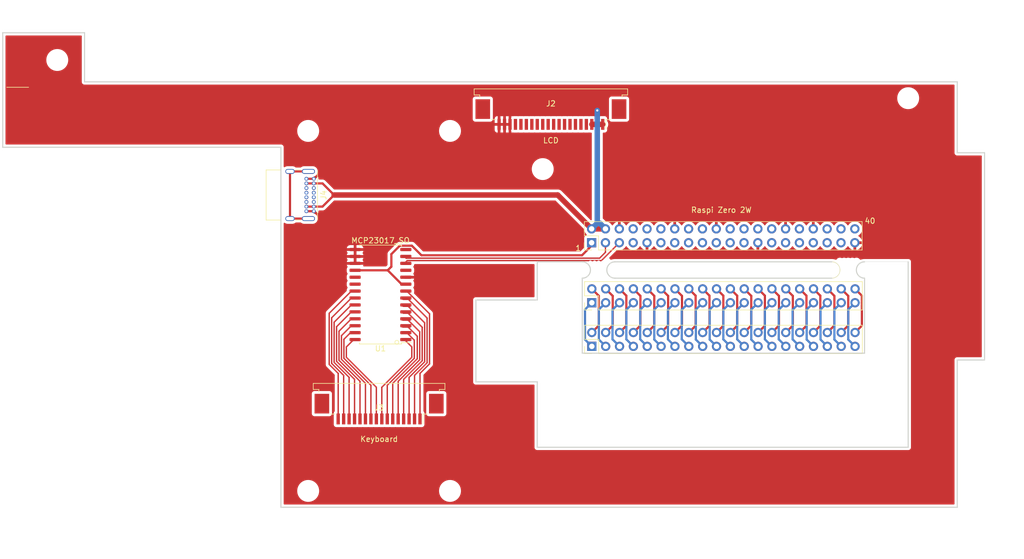
<source format=kicad_pcb>
(kicad_pcb (version 20211014) (generator pcbnew)
  (layers (0 "F.Cu" signal) (31 "B.Cu" signal) (34 "B.Paste" user) (35 "F.Paste" user) (36 "B.SilkS" user "B.Silkscreen") (37 "F.SilkS" user "F.Silkscreen") (38 "B.Mask" user) (39 "F.Mask" user) (44 "Edge.Cuts" user))
  (net 0 "")
  (net 1 "+5V")
  (net 2 "/GPIO_8")
  (net 3 "/GPIO_9")
  (net 4 "/GPIO_7")
  (net 5 "GND")
  (net 6 "/GPIO_15")
  (net 7 "/GPIO_16")
  (net 8 "/GPIO_4")
  (net 9 "/GPIO_5")
  (net 10 "/GPIO_12")
  (net 11 "/GPIO_13")
  (net 12 "/GPIO_6")
  (net 13 "/GPIO_14")
  (net 14 "/GPIO_10")
  (net 15 "/GPIO_11")
  (net 16 "/SCL0")
  (net 17 "/GPIO_21")
  (net 18 "/GPIO_22")
  (net 19 "/GPIO_26")
  (net 20 "/GPIO_23")
  (net 21 "/GPIO_24")
  (net 22 "/GPIO_27")
  (net 23 "/GPIO_25")
  (net 24 "/LCD_AD0")
  (net 25 "/LCD_AD1")
  (net 26 "/LCD_AD2")
  (net 27 "/LCD_AD3")
  (net 28 "/LCD_AD4")
  (net 29 "/LCD_AD5")
  (net 30 "/LCD_AD6")
  (net 31 "/LCD_AD7")
  (net 32 "/LCD_RAST")
  (net 33 "/LCD_DTMF")
  (net 34 "/LCD_DAD")
  (net 35 "/LCD_WRDT")
  (net 36 "/LCD_DAY")
  (net 37 "/LCD_DTR")
  (net 38 "/KB16")
  (net 39 "/KB15")
  (net 40 "/KB14")
  (net 41 "/KB13")
  (net 42 "/KB12")
  (net 43 "/KB11")
  (net 44 "/KB10")
  (net 45 "/KB9")
  (net 46 "/KB8")
  (net 47 "/KB7")
  (net 48 "/KB6")
  (net 49 "/KB5")
  (net 50 "/KB4")
  (net 51 "/KB3")
  (net 52 "/KB2")
  (net 53 "/KB1")
  (net 54 "+3V3")
  (net 63 "unconnected-(J4-PadS1)")
  (net 64 "/Pi Bridge/BR_1")
  (net 65 "/Pi Bridge/BR_2")
  (net 66 "/Pi Bridge/BR_3")
  (net 67 "/Pi Bridge/BR_4")
  (net 68 "/Pi Bridge/BR_5")
  (net 69 "/Pi Bridge/BR_6")
  (net 70 "/Pi Bridge/BR_7")
  (net 71 "/Pi Bridge/BR_8")
  (net 72 "/Pi Bridge/BR_9")
  (net 73 "/Pi Bridge/BR_10")
  (net 74 "/Pi Bridge/BR_11")
  (net 75 "/Pi Bridge/BR_12")
  (net 76 "/Pi Bridge/BR_13")
  (net 77 "/Pi Bridge/BR_14")
  (net 78 "/Pi Bridge/BR_15")
  (net 79 "/Pi Bridge/BR_16")
  (net 80 "/Pi Bridge/BR_17")
  (net 81 "/Pi Bridge/BR_18")
  (net 82 "/Pi Bridge/BR_19")
  (net 83 "/Pi Bridge/BR_20")
  (net 84 "/Pi Bridge/BR_21")
  (net 85 "/Pi Bridge/BR_22")
  (net 86 "/Pi Bridge/BR_23")
  (net 87 "/Pi Bridge/BR_24")
  (net 88 "/Pi Bridge/BR_25")
  (net 89 "/Pi Bridge/BR_26")
  (net 90 "/Pi Bridge/BR_27")
  (net 91 "/Pi Bridge/BR_28")
  (net 92 "/Pi Bridge/BR_29")
  (net 93 "/Pi Bridge/BR_30")
  (net 94 "/Pi Bridge/BR_31")
  (net 95 "/Pi Bridge/BR_32")
  (net 96 "/Pi Bridge/BR_33")
  (net 97 "/Pi Bridge/BR_43")
  (net 98 "/Pi Bridge/BR_35")
  (net 99 "/Pi Bridge/BR_36")
  (net 100 "/Pi Bridge/BR_37")
  (net 101 "/Pi Bridge/BR_38")
  (net 102 "/Pi Bridge/BR_40")
  (net 103 "/Pi Bridge/BR_39")
  (net 104 "/GPIO_20")
  (net 105 "/GPIO_19")
  (net 106 "/EEPROM_DATA")
  (net 107 "/GPIO_18")
  (net 108 "/GPIO_17")
  (net 109 "/I2C_SCL")
  (net 110 "/I2C_SDA")
  (footprint "MountingHole:MountingHole_3mm" (layer "F.Cu") (at 108.86 131.4)
    (fp_text reference "REF**" hide)
    (fp_text value "MountingHole_3mm" hide)
  )
  (footprint "MountingHole:MountingHole_3mm" (layer "F.Cu") (at 82.86 131.4)
    (fp_text reference "REF**" hide)
    (fp_text value "MountingHole_3mm" hide)
  )
  (footprint "MountingHole:MountingHole_3mm" (layer "F.Cu") (at 108.86 65.4)
    (fp_text reference "REF**" hide)
    (fp_text value "MountingHole_3mm" hide)
  )
  (footprint "MountingHole:MountingHole_3mm" (layer "F.Cu") (at 82.86 65.4)
    (fp_text reference "REF**" hide)
    (fp_text value "MountingHole_3mm" hide)
  )
  (footprint "MountingHole:MountingHole_3mm" (layer "F.Cu") (at 192.86 59.4)
    (fp_text reference "REF**" hide)
    (fp_text value "MountingHole_3mm" hide)
  )
  (footprint "Connector_PinHeader_2.54mm:PinHeader_2x20_P2.54mm_Vertical" (layer "F.Cu") (at 134.82 85.9 90)
    (fp_text reference "J1" hide)
    (fp_text value "Raspi Pi Zero 2W" hide)
  )
  (footprint "MountingHole:MountingHole_3mm" (layer "F.Cu") (at 125.86 72.4)
    (fp_text reference "REF**" hide)
    (fp_text value "MountingHole_3mm" hide)
  )
  (footprint "MountingHole:MountingHole_3mm" (layer "F.Cu") (at 36.86 52.4)
    (fp_text reference "REF**" hide)
    (fp_text value "MountingHole_3mm" hide)
  )
  (footprint "Connector_FFC-FPC:TE_1-84953-6_1x16-1MP_P1.0mm_Horizontal" (layer "F.Cu") (at 95.86 116.4 180)
    (fp_text reference "J3")
    (fp_text value "Keyboard")
  )
  (footprint "Connector_FFC-FPC:TE_2-84953-0_1x20-1MP_P1.0mm_Horizontal" (layer "F.Cu") (at 127.36 62.4 180)
    (fp_text reference "J2")
    (fp_text value "LCD")
  )
  (footprint "Connector_PinHeader_2.54mm:PinHeader_2x20_P2.54mm_Vertical" (layer "F.Cu") (at 134.86 96.9 90)
    (fp_text reference "J5" hide)
    (fp_text value "Conn_02x20_Odd_Even")
  )
  (footprint "Library:mouse-bite-3mm-slot" (layer "F.Cu") (at 181.86 90.9)
    (fp_text reference "mouse-bite-3mm-slot" hide)
    (fp_text value "VAL**" hide)
  )
  (footprint "Package_SO:SOIC-28W_7.5x17.9mm_P1.27mm" (layer "F.Cu") (at 96.11 95.4 180)
    (fp_text reference "U1")
    (fp_text value "MCP23017_SO")
  )
  (footprint "Connector_USB:USB_C_Receptacle_GCT_USB4085" (layer "F.Cu") (at 83.885 74.175 -90)
    (fp_text reference "J4")
    (fp_text value "USB_C_Receptacle_USB2.0")
  )
  (footprint "Connector_PinHeader_2.54mm:PinHeader_2x20_P2.54mm_Vertical" (layer "F.Cu") (at 134.86 104.9 90)
    (fp_text reference "J6" hide)
    (fp_text value "Conn_02x20_Odd_Even")
  )
  (footprint "Library:mouse-bite-3mm-slot" (layer "F.Cu") (at 136.11 90.9)
    (fp_text reference "mouse-bite-3mm-slot" hide)
    (fp_text value "VAL**" hide)
  )
  (gr_circle (center 99.11 104.15) (end 98.86 103.9) (layer "F.SilkS") (width 0.12) (fill none))
  (gr_line (start 31.61 57.4) (end 27.61 57.4) (layer "F.SilkS") (width 0.12))
  (gr_line (start 41.86 56.4) (end 41.86 47.4) (layer "Edge.Cuts") (width 0.2))
  (gr_line (start 41.86 56.4) (end 201.86 56.4) (layer "Edge.Cuts") (width 0.2))
  (gr_line (start 77.86 68.4) (end 77.86 134.4) (layer "Edge.Cuts") (width 0.2))
  (gr_line (start 77.86 68.4) (end 26.86 68.4) (layer "Edge.Cuts") (width 0.2))
  (gr_line (start 77.86 134.4) (end 201.86 134.4) (layer "Edge.Cuts") (width 0.2))
  (gr_line (start 26.86 68.4) (end 26.86 47.4) (layer "Edge.Cuts") (width 0.2))
  (gr_line (start 201.86 69.4) (end 201.86 56.4) (layer "Edge.Cuts") (width 0.2))
  (gr_arc (start 178.86 89.4) (mid 180.36 90.9) (end 178.86 92.4) (layer "Edge.Cuts") (width 0.05))
  (gr_arc (start 133.11 89.4) (mid 134.61 90.9) (end 133.11 92.4) (layer "Edge.Cuts") (width 0.2))
  (gr_line (start 178.86 92.4) (end 139.11 92.4) (layer "Edge.Cuts") (width 0.2))
  (gr_line (start 184.86 92.4) (end 184.86 106.15) (layer "Edge.Cuts") (width 0.2))
  (gr_line (start 113.61 96.4) (end 113.61 111.4) (layer "Edge.Cuts") (width 0.2))
  (gr_line (start 113.61 111.4) (end 124.86 111.4) (layer "Edge.Cuts") (width 0.2))
  (gr_line (start 124.86 89.4) (end 133.11 89.4) (layer "Edge.Cuts") (width 0.2))
  (gr_arc (start 184.86 92.4) (mid 183.36 90.9) (end 184.86 89.4) (layer "Edge.Cuts") (width 0.2))
  (gr_line locked (start 124.86 111.4) (end 124.86 123.4) (layer "Edge.Cuts") (width 0.2))
  (gr_line (start 201.86 107.4) (end 201.86 134.4) (layer "Edge.Cuts") (width 0.2))
  (gr_line locked (start 192.86 123.4) (end 124.86 123.4) (layer "Edge.Cuts") (width 0.2))
  (gr_line (start 26.86 47.4) (end 41.86 47.4) (layer "Edge.Cuts") (width 0.2))
  (gr_line locked (start 192.86 123.4) (end 192.86 89.4) (layer "Edge.Cuts") (width 0.2))
  (gr_arc (start 139.11 92.4) (mid 137.61 90.9) (end 139.11 89.4) (layer "Edge.Cuts") (width 0.2))
  (gr_line (start 206.86 107.4) (end 206.86 69.4) (layer "Edge.Cuts") (width 0.2))
  (gr_line (start 133.11 106.15) (end 133.11 92.4) (layer "Edge.Cuts") (width 0.2))
  (gr_line (start 192.86 89.4) (end 184.86 89.4) (layer "Edge.Cuts") (width 0.05))
  (gr_line (start 124.86 96.4) (end 113.61 96.4) (layer "Edge.Cuts") (width 0.2))
  (gr_line (start 206.86 107.4) (end 201.86 107.4) (layer "Edge.Cuts") (width 0.2))
  (gr_line (start 184.86 106.15) (end 133.11 106.15) (layer "Edge.Cuts") (width 0.2))
  (gr_line (start 139.11 89.4) (end 178.86 89.4) (layer "Edge.Cuts") (width 0.2))
  (gr_line locked (start 124.86 89.4) (end 124.86 96.4) (layer "Edge.Cuts") (width 0.2))
  (gr_line (start 201.86 69.4) (end 206.86 69.4) (layer "Edge.Cuts") (width 0.2))
  (gr_text "1" (at 132.36 86.9) (layer "F.SilkS") (effects (font (size 1 1))))
  (gr_text "Raspi Zero 2W" (at 158.61 79.9) (layer "F.SilkS") (effects (font (size 1 1))))
  (gr_text "40" (at 185.86 81.9) (layer "F.SilkS") (effects (font (size 1 1))))
  (segment (start 87.61 77.15) (end 85.485 79.275) (width 0.4) (layer "F.Cu") (net 1))
  (segment (start 83.885 75.025) (end 85.485 75.025) (width 0.4) (layer "F.Cu") (net 1))
  (segment (start 82.535 75.025) (end 83.885 75.025) (width 0.4) (layer "F.Cu") (net 1))
  (segment (start 128.61 77.15) (end 87.61 77.15) (width 1) (layer "F.Cu") (net 1))
  (segment (start 85.485 75.025) (end 87.61 77.15) (width 0.4) (layer "F.Cu") (net 1))
  (segment (start 134.82 83.36) (end 128.61 77.15) (width 1) (layer "F.Cu") (net 1))
  (segment (start 135.86 64.2) (end 134.864511 64.2) (width 1) (layer "F.Cu") (net 1))
  (segment (start 85.485 79.275) (end 83.885 79.275) (width 0.4) (layer "F.Cu") (net 1))
  (segment (start 82.535 79.275) (end 83.885 79.275) (width 0.4) (layer "F.Cu") (net 1))
  (segment (start 137.36 83.36) (end 134.82 83.36) (width 1) (layer "F.Cu") (net 1))
  (segment (start 135.86 64.2) (end 135.86 61.65) (width 1) (layer "F.Cu") (net 1))
  (segment (start 135.86 64.2) (end 136.86 64.2) (width 1) (layer "F.Cu") (net 1))
  (via (at 135.86 61.65) (size 0.8) (drill 0.4) (layers "F.Cu" "B.Cu") (net 1))
  (segment (start 135.86 82.32) (end 134.82 83.36) (width 1) (layer "B.Cu") (net 1))
  (segment (start 135.86 82.32) (end 136.32 82.32) (width 1) (layer "B.Cu") (net 1))
  (segment (start 136.32 82.32) (end 137.36 83.36) (width 1) (layer "B.Cu") (net 1))
  (segment (start 135.86 61.65) (end 135.86 82.32) (width 1) (layer "B.Cu") (net 1))
  (segment (start 117.86 64.2) (end 119.86 64.2) (width 0.25) (layer "F.Cu") (net 5))
  (segment (start 82.535 74.175) (end 83.885 74.175) (width 0.4) (layer "F.Cu") (net 5))
  (segment (start 82.535 80.125) (end 83.885 80.125) (width 0.4) (layer "F.Cu") (net 5))
  (segment (start 103.36 109.850024) (end 105.107599 108.102424) (width 0.25) (layer "F.Cu") (net 38))
  (segment (start 105.107599 98.936527) (end 100.936072 94.765) (width 0.25) (layer "F.Cu") (net 38))
  (segment (start 100.936072 94.765) (end 100.51 94.765) (width 0.25) (layer "F.Cu") (net 38))
  (segment (start 105.107599 108.102424) (end 105.107599 98.936527) (width 0.25) (layer "F.Cu") (net 38))
  (segment (start 103.36 118.2) (end 103.36 109.850024) (width 0.25) (layer "F.Cu") (net 38))
  (segment (start 104.658079 107.916227) (end 104.658079 99.698079) (width 0.25) (layer "F.Cu") (net 39))
  (segment (start 100.995 96.035) (end 100.51 96.035) (width 0.25) (layer "F.Cu") (net 39))
  (segment (start 104.658079 99.698079) (end 100.995 96.035) (width 0.25) (layer "F.Cu") (net 39))
  (segment (start 102.36 118.2) (end 102.36 110.214306) (width 0.25) (layer "F.Cu") (net 39))
  (segment (start 100.245 96.285) (end 101.51 96.285) (width 0.25) (layer "F.Cu") (net 39))
  (segment (start 102.36 110.214306) (end 104.658079 107.916227) (width 0.25) (layer "F.Cu") (net 39))
  (segment (start 104.20856 107.730027) (end 104.20856 100.577488) (width 0.25) (layer "F.Cu") (net 40))
  (segment (start 101.36 110.57859) (end 104.20856 107.730027) (width 0.25) (layer "F.Cu") (net 40))
  (segment (start 100.936072 97.305) (end 100.51 97.305) (width 0.25) (layer "F.Cu") (net 40))
  (segment (start 101.36 118.2) (end 101.36 110.57859) (width 0.25) (layer "F.Cu") (net 40))
  (segment (start 104.20856 100.577488) (end 100.936072 97.305) (width 0.25) (layer "F.Cu") (net 40))
  (segment (start 100.265 97.555) (end 101.51 97.555) (width 0.25) (layer "F.Cu") (net 40))
  (segment (start 103.75904 107.54383) (end 103.75904 101.397968) (width 0.25) (layer "F.Cu") (net 41))
  (segment (start 100.285 98.825) (end 101.51 98.825) (width 0.25) (layer "F.Cu") (net 41))
  (segment (start 100.936072 98.575) (end 100.51 98.575) (width 0.25) (layer "F.Cu") (net 41))
  (segment (start 100.36 110.942872) (end 103.75904 107.54383) (width 0.25) (layer "F.Cu") (net 41))
  (segment (start 103.75904 101.397968) (end 100.936072 98.575) (width 0.25) (layer "F.Cu") (net 41))
  (segment (start 100.36 118.2) (end 100.36 110.942872) (width 0.25) (layer "F.Cu") (net 41))
  (segment (start 103.30952 107.357633) (end 103.30952 102.218448) (width 0.25) (layer "F.Cu") (net 42))
  (segment (start 103.30952 102.218448) (end 100.936072 99.845) (width 0.25) (layer "F.Cu") (net 42))
  (segment (start 99.36 118.2) (end 99.36 111.307154) (width 0.25) (layer "F.Cu") (net 42))
  (segment (start 100.936072 99.845) (end 100.51 99.845) (width 0.25) (layer "F.Cu") (net 42))
  (segment (start 100.186072 100.095) (end 101.51 100.095) (width 0.25) (layer "F.Cu") (net 42))
  (segment (start 99.36 111.307154) (end 103.30952 107.357633) (width 0.25) (layer "F.Cu") (net 42))
  (segment (start 98.36 111.671436) (end 102.86 107.171436) (width 0.25) (layer "F.Cu") (net 43))
  (segment (start 102.86 103.038928) (end 100.936072 101.115) (width 0.25) (layer "F.Cu") (net 43))
  (segment (start 100.936072 101.115) (end 100.51 101.115) (width 0.25) (layer "F.Cu") (net 43))
  (segment (start 100.186072 101.365) (end 101.51 101.365) (width 0.25) (layer "F.Cu") (net 43))
  (segment (start 98.36 118.2) (end 98.36 111.671436) (width 0.25) (layer "F.Cu") (net 43))
  (segment (start 102.86 107.171436) (end 102.86 103.038928) (width 0.25) (layer "F.Cu") (net 43))
  (segment (start 97.36 118.2) (end 97.36 112.035718) (width 0.25) (layer "F.Cu") (net 44))
  (segment (start 102.30952 103.758448) (end 100.936072 102.385) (width 0.25) (layer "F.Cu") (net 44))
  (segment (start 97.36 112.035718) (end 102.30952 107.086197) (width 0.25) (layer "F.Cu") (net 44))
  (segment (start 100.936072 102.385) (end 100.51 102.385) (width 0.25) (layer "F.Cu") (net 44))
  (segment (start 102.30952 107.086197) (end 102.30952 103.758448) (width 0.25) (layer "F.Cu") (net 44))
  (segment (start 101.86 105.005) (end 100.51 103.655) (width 0.25) (layer "F.Cu") (net 45))
  (segment (start 96.36 118.2) (end 96.36 112.4) (width 0.25) (layer "F.Cu") (net 45))
  (segment (start 101.86 106.9) (end 101.86 105.005) (width 0.25) (layer "F.Cu") (net 45))
  (segment (start 96.36 112.4) (end 101.86 106.9) (width 0.25) (layer "F.Cu") (net 45))
  (segment (start 89.86 105.005) (end 91.21 103.655) (width 0.25) (layer "F.Cu") (net 46))
  (segment (start 95.36 112.4) (end 89.86 106.9) (width 0.25) (layer "F.Cu") (net 46))
  (segment (start 89.86 106.9) (end 89.86 105.005) (width 0.25) (layer "F.Cu") (net 46))
  (segment (start 95.36 118.2) (end 95.36 112.4) (width 0.25) (layer "F.Cu") (net 46))
  (segment (start 94.36 112.035718) (end 89.41048 107.086197) (width 0.25) (layer "F.Cu") (net 47))
  (segment (start 89.41048 107.086197) (end 89.41048 103.59952) (width 0.25) (layer "F.Cu") (net 47))
  (segment (start 94.36 118.2) (end 94.36 112.035718) (width 0.25) (layer "F.Cu") (net 47))
  (segment (start 90.625 102.385) (end 91.21 102.385) (width 0.25) (layer "F.Cu") (net 47))
  (segment (start 89.41048 103.59952) (end 90.625 102.385) (width 0.25) (layer "F.Cu") (net 47))
  (segment (start 88.96096 107.272394) (end 88.96096 102.937968) (width 0.25) (layer "F.Cu") (net 48))
  (segment (start 88.96096 102.937968) (end 90.783928 101.115) (width 0.25) (layer "F.Cu") (net 48))
  (segment (start 93.36 111.671436) (end 88.96096 107.272394) (width 0.25) (layer "F.Cu") (net 48))
  (segment (start 90.783928 101.115) (end 91.21 101.115) (width 0.25) (layer "F.Cu") (net 48))
  (segment (start 93.36 118.2) (end 93.36 111.671436) (width 0.25) (layer "F.Cu") (net 48))
  (segment (start 92.36 111.307154) (end 88.51144 107.458591) (width 0.25) (layer "F.Cu") (net 49))
  (segment (start 90.783928 99.845) (end 91.21 99.845) (width 0.25) (layer "F.Cu") (net 49))
  (segment (start 88.51144 107.458591) (end 88.51144 102.117488) (width 0.25) (layer "F.Cu") (net 49))
  (segment (start 88.51144 102.117488) (end 90.783928 99.845) (width 0.25) (layer "F.Cu") (net 49))
  (segment (start 92.36 118.2) (end 92.36 111.307154) (width 0.25) (layer "F.Cu") (net 49))
  (segment (start 91.36 110.942871) (end 88.06192 107.644788) (width 0.25) (layer "F.Cu") (net 50))
  (segment (start 90.783928 98.575) (end 91.21 98.575) (width 0.25) (layer "F.Cu") (net 50))
  (segment (start 91.36 118.2) (end 91.36 110.942871) (width 0.25) (layer "F.Cu") (net 50))
  (segment (start 88.06192 107.644788) (end 88.06192 101.297008) (width 0.25) (layer "F.Cu") (net 50))
  (segment (start 88.06192 101.297008) (end 90.783928 98.575) (width 0.25) (layer "F.Cu") (net 50))
  (segment (start 90.36 110.578587) (end 87.6124 107.830987) (width 0.25) (layer "F.Cu") (net 51))
  (segment (start 90.783928 97.305) (end 91.21 97.305) (width 0.25) (layer "F.Cu") (net 51))
  (segment (start 87.6124 107.830987) (end 87.6124 100.476528) (width 0.25) (layer "F.Cu") (net 51))
  (segment (start 90.36 118.2) (end 90.36 110.578587) (width 0.25) (layer "F.Cu") (net 51))
  (segment (start 87.6124 100.476528) (end 90.783928 97.305) (width 0.25) (layer "F.Cu") (net 51))
  (segment (start 90.783928 96.035) (end 91.21 96.035) (width 0.25) (layer "F.Cu") (net 52))
  (segment (start 89.36 118.2) (end 89.36 110.214305) (width 0.25) (layer "F.Cu") (net 52))
  (segment (start 89.36 110.214305) (end 87.16288 108.017184) (width 0.25) (layer "F.Cu") (net 52))
  (segment (start 87.16288 99.656048) (end 90.783928 96.035) (width 0.25) (layer "F.Cu") (net 52))
  (segment (start 87.16288 108.017184) (end 87.16288 99.656048) (width 0.25) (layer "F.Cu") (net 52))
  (segment (start 88.36 109.850023) (end 86.71336 108.203381) (width 0.25) (layer "F.Cu") (net 53))
  (segment (start 86.71336 108.203381) (end 86.71336 98.835568) (width 0.25) (layer "F.Cu") (net 53))
  (segment (start 88.36 118.2) (end 88.36 109.850023) (width 0.25) (layer "F.Cu") (net 53))
  (segment (start 86.71336 98.835568) (end 90.783928 94.765) (width 0.25) (layer "F.Cu") (net 53))
  (segment (start 90.783928 94.765) (end 91.21 94.765) (width 0.25) (layer "F.Cu") (net 53))
  (segment (start 99.657382 86.44548) (end 101.862618 86.44548) (width 0.4) (layer "F.Cu") (net 54))
  (segment (start 98.11 87.992862) (end 99.657382 86.44548) (width 0.4) (layer "F.Cu") (net 54))
  (segment (start 134.82 86.44) (end 134.82 85.9) (width 0.4) (layer "F.Cu") (net 54))
  (segment (start 91.21 90.955) (end 97.437862 90.955) (width 0.4) (layer "F.Cu") (net 54))
  (segment (start 99.977862 93.495) (end 100.51 93.495) (width 0.4) (layer "F.Cu") (net 54))
  (segment (start 98.11 90.282862) (end 98.11 87.992862) (width 0.4) (layer "F.Cu") (net 54))
  (segment (start 101.862618 86.44548) (end 103.618578 88.20144) (width 0.4) (layer "F.Cu") (net 54))
  (segment (start 97.437862 90.955) (end 98.11 90.282862) (width 0.4) (layer "F.Cu") (net 54))
  (segment (start 97.437862 90.955) (end 99.977862 93.495) (width 0.4) (layer "F.Cu") (net 54))
  (segment (start 103.618578 88.20144) (end 133.05856 88.20144) (width 0.4) (layer "F.Cu") (net 54))
  (segment (start 133.05856 88.20144) (end 134.82 86.44) (width 0.4) (layer "F.Cu") (net 54))
  (segment (start 82.785 81.475) (end 82.61 81.65) (width 0.4) (layer "F.Cu") (net 63))
  (segment (start 82.61 81.65) (end 82.435 81.475) (width 0.4) (layer "F.Cu") (net 63))
  (segment (start 82.435 81.475) (end 79.525 81.475) (width 0.4) (layer "F.Cu") (net 63))
  (segment (start 79.525 81.475) (end 79.525 72.825) (width 0.4) (layer "F.Cu") (net 63))
  (segment (start 82.905 81.475) (end 82.785 81.475) (width 0.4) (layer "F.Cu") (net 63))
  (segment (start 79.525 72.825) (end 82.905 72.825) (width 0.4) (layer "F.Cu") (net 63))
  (segment (start 134.86 104.9) (end 133.610489 103.650489) (width 0.4) (layer "B.Cu") (net 64))
  (segment (start 133.610489 98.149511) (end 134.86 96.9) (width 0.4) (layer "B.Cu") (net 64))
  (segment (start 133.610489 103.650489) (end 133.610489 98.149511) (width 0.4) (layer "B.Cu") (net 64))
  (segment (start 136.150489 101.069511) (end 134.86 102.36) (width 0.4) (layer "F.Cu") (net 65))
  (segment (start 136.150489 95.650489) (end 136.150489 101.069511) (width 0.4) (layer "F.Cu") (net 65))
  (segment (start 134.86 94.36) (end 136.150489 95.650489) (width 0.4) (layer "F.Cu") (net 65))
  (segment (start 137.4 96.9) (end 136.150489 98.149511) (width 0.4) (layer "B.Cu") (net 66))
  (segment (start 136.150489 98.149511) (end 136.150489 103.650489) (width 0.4) (layer "B.Cu") (net 66))
  (segment (start 136.150489 103.650489) (end 137.4 104.9) (width 0.4) (layer "B.Cu") (net 66))
  (segment (start 137.4 94.36) (end 138.690489 95.650489) (width 0.4) (layer "F.Cu") (net 67))
  (segment (start 138.690489 95.650489) (end 138.690489 101.069511) (width 0.4) (layer "F.Cu") (net 67))
  (segment (start 138.690489 101.069511) (end 137.4 102.36) (width 0.4) (layer "F.Cu") (net 67))
  (segment (start 139.94 96.9) (end 138.649511 98.190489) (width 0.4) (layer "B.Cu") (net 68))
  (segment (start 138.649511 98.190489) (end 138.649511 103.609511) (width 0.4) (layer "B.Cu") (net 68))
  (segment (start 138.649511 103.609511) (end 139.94 104.9) (width 0.4) (layer "B.Cu") (net 68))
  (segment (start 141.189511 95.609511) (end 141.189511 101.110489) (width 0.4) (layer "F.Cu") (net 69))
  (segment (start 141.189511 101.110489) (end 139.94 102.36) (width 0.4) (layer "F.Cu") (net 69))
  (segment (start 139.94 94.36) (end 141.189511 95.609511) (width 0.4) (layer "F.Cu") (net 69))
  (segment (start 141.189511 103.609511) (end 141.189511 98.190489) (width 0.4) (layer "B.Cu") (net 70))
  (segment (start 142.48 104.9) (end 141.189511 103.609511) (width 0.4) (layer "B.Cu") (net 70))
  (segment (start 141.189511 98.190489) (end 142.48 96.9) (width 0.4) (layer "B.Cu") (net 70))
  (segment (start 143.770489 101.069511) (end 142.48 102.36) (width 0.4) (layer "F.Cu") (net 71))
  (segment (start 142.48 94.36) (end 143.770489 95.650489) (width 0.4) (layer "F.Cu") (net 71))
  (segment (start 143.770489 95.650489) (end 143.770489 101.069511) (width 0.4) (layer "F.Cu") (net 71))
  (segment (start 143.729511 98.190489) (end 143.729511 103.609511) (width 0.4) (layer "B.Cu") (net 72))
  (segment (start 143.729511 103.609511) (end 145.02 104.9) (width 0.4) (layer "B.Cu") (net 72))
  (segment (start 145.02 96.9) (end 143.729511 98.190489) (width 0.4) (layer "B.Cu") (net 72))
  (segment (start 146.310489 101.069511) (end 145.02 102.36) (width 0.4) (layer "F.Cu") (net 73))
  (segment (start 146.310489 95.650489) (end 146.310489 101.069511) (width 0.4) (layer "F.Cu") (net 73))
  (segment (start 145.02 94.36) (end 146.310489 95.650489) (width 0.4) (layer "F.Cu") (net 73))
  (segment (start 147.56 96.9) (end 146.310489 98.149511) (width 0.4) (layer "B.Cu") (net 74))
  (segment (start 146.310489 103.650489) (end 147.56 104.9) (width 0.4) (layer "B.Cu") (net 74))
  (segment (start 146.310489 98.149511) (end 146.310489 103.650489) (width 0.4) (layer "B.Cu") (net 74))
  (segment (start 148.850489 101.069511) (end 147.56 102.36) (width 0.4) (layer "F.Cu") (net 75))
  (segment (start 147.56 94.36) (end 148.850489 95.650489) (width 0.4) (layer "F.Cu") (net 75))
  (segment (start 148.850489 95.650489) (end 148.850489 101.069511) (width 0.4) (layer "F.Cu") (net 75))
  (segment (start 150.1 104.9) (end 148.809511 103.609511) (width 0.4) (layer "B.Cu") (net 76))
  (segment (start 148.809511 103.609511) (end 148.809511 98.190489) (width 0.4) (layer "B.Cu") (net 76))
  (segment (start 148.809511 98.190489) (end 150.1 96.9) (width 0.4) (layer "B.Cu") (net 76))
  (segment (start 150.1 94.36) (end 151.390489 95.650489) (width 0.4) (layer "F.Cu") (net 77))
  (segment (start 151.390489 95.650489) (end 151.390489 101.069511) (width 0.4) (layer "F.Cu") (net 77))
  (segment (start 151.390489 101.069511) (end 150.1 102.36) (width 0.4) (layer "F.Cu") (net 77))
  (segment (start 151.349511 98.190489) (end 151.349511 103.609511) (width 0.4) (layer "B.Cu") (net 78))
  (segment (start 151.349511 103.609511) (end 152.64 104.9) (width 0.4) (layer "B.Cu") (net 78))
  (segment (start 152.64 96.9) (end 151.349511 98.190489) (width 0.4) (layer "B.Cu") (net 78))
  (segment (start 153.889511 95.609511) (end 152.64 94.36) (width 0.4) (layer "F.Cu") (net 79))
  (segment (start 153.889511 101.110489) (end 153.889511 95.609511) (width 0.4) (layer "F.Cu") (net 79))
  (segment (start 152.64 102.36) (end 153.889511 101.110489) (width 0.4) (layer "F.Cu") (net 79))
  (segment (start 153.930489 98.149511) (end 155.18 96.9) (width 0.4) (layer "B.Cu") (net 80))
  (segment (start 155.18 104.9) (end 153.930489 103.650489) (width 0.4) (layer "B.Cu") (net 80))
  (segment (start 153.930489 103.650489) (end 153.930489 98.149511) (width 0.4) (layer "B.Cu") (net 80))
  (segment (start 156.429511 101.110489) (end 156.429511 95.609511) (width 0.4) (layer "F.Cu") (net 81))
  (segment (start 155.18 102.36) (end 156.429511 101.110489) (width 0.4) (layer "F.Cu") (net 81))
  (segment (start 156.429511 95.609511) (end 155.18 94.36) (width 0.4) (layer "F.Cu") (net 81))
  (segment (start 156.470489 103.650489) (end 157.72 104.9) (width 0.4) (layer "B.Cu") (net 82))
  (segment (start 156.470489 98.149511) (end 156.470489 103.650489) (width 0.4) (layer "B.Cu") (net 82))
  (segment (start 157.72 96.9) (end 156.470489 98.149511) (width 0.4) (layer "B.Cu") (net 82))
  (segment (start 158.969511 95.609511) (end 157.72 94.36) (width 0.4) (layer "F.Cu") (net 83))
  (segment (start 158.969511 101.110489) (end 158.969511 95.609511) (width 0.4) (layer "F.Cu") (net 83))
  (segment (start 157.72 102.36) (end 158.969511 101.110489) (width 0.4) (layer "F.Cu") (net 83))
  (segment (start 160.26 104.9) (end 158.969511 103.609511) (width 0.4) (layer "B.Cu") (net 84))
  (segment (start 158.969511 103.609511) (end 158.969511 98.190489) (width 0.4) (layer "B.Cu") (net 84))
  (segment (start 158.969511 98.190489) (end 160.26 96.9) (width 0.4) (layer "B.Cu") (net 84))
  (segment (start 161.509511 101.110489) (end 161.509511 95.609511) (width 0.4) (layer "F.Cu") (net 85))
  (segment (start 161.509511 95.609511) (end 160.26 94.36) (width 0.4) (layer "F.Cu") (net 85))
  (segment (start 160.26 102.36) (end 161.509511 101.110489) (width 0.4) (layer "F.Cu") (net 85))
  (segment (start 161.509511 98.190489) (end 161.509511 103.609511) (width 0.4) (layer "B.Cu") (net 86))
  (segment (start 162.8 96.9) (end 161.509511 98.190489) (width 0.4) (layer "B.Cu") (net 86))
  (segment (start 161.509511 103.609511) (end 162.8 104.9) (width 0.4) (layer "B.Cu") (net 86))
  (segment (start 162.8 102.36) (end 164.090489 101.069511) (width 0.4) (layer "F.Cu") (net 87))
  (segment (start 164.090489 101.069511) (end 164.090489 95.650489) (width 0.4) (layer "F.Cu") (net 87))
  (segment (start 164.090489 95.650489) (end 162.8 94.36) (width 0.4) (layer "F.Cu") (net 87))
  (segment (start 165.34 104.9) (end 164.090489 103.650489) (width 0.4) (layer "B.Cu") (net 88))
  (segment (start 164.090489 103.650489) (end 164.090489 98.149511) (width 0.4) (layer "B.Cu") (net 88))
  (segment (start 164.090489 98.149511) (end 165.34 96.9) (width 0.4) (layer "B.Cu") (net 88))
  (segment (start 166.589511 101.110489) (end 166.589511 95.609511) (width 0.4) (layer "F.Cu") (net 89))
  (segment (start 166.589511 95.609511) (end 165.34 94.36) (width 0.4) (layer "F.Cu") (net 89))
  (segment (start 165.34 102.36) (end 166.589511 101.110489) (width 0.4) (layer "F.Cu") (net 89))
  (segment (start 166.589511 103.609511) (end 167.88 104.9) (width 0.4) (layer "B.Cu") (net 90))
  (segment (start 167.88 96.9) (end 166.589511 98.190489) (width 0.4) (layer "B.Cu") (net 90))
  (segment (start 166.589511 98.190489) (end 166.589511 103.609511) (width 0.4) (layer "B.Cu") (net 90))
  (segment (start 169.170489 101.069511) (end 169.170489 95.650489) (width 0.4) (layer "F.Cu") (net 91))
  (segment (start 169.170489 95.650489) (end 167.88 94.36) (width 0.4) (layer "F.Cu") (net 91))
  (segment (start 167.88 102.36) (end 169.170489 101.069511) (width 0.4) (layer "F.Cu") (net 91))
  (segment (start 169.129511 103.609511) (end 170.42 104.9) (width 0.4) (layer "B.Cu") (net 92))
  (segment (start 170.42 96.9) (end 169.129511 98.190489) (width 0.4) (layer "B.Cu") (net 92))
  (segment (start 169.129511 98.190489) (end 169.129511 103.609511) (width 0.4) (layer "B.Cu") (net 92))
  (segment (start 171.710489 101.069511) (end 171.710489 95.650489) (width 0.4) (layer "F.Cu") (net 93))
  (segment (start 170.42 102.36) (end 171.710489 101.069511) (width 0.4) (layer "F.Cu") (net 93))
  (segment (start 171.710489 95.650489) (end 170.42 94.36) (width 0.4) (layer "F.Cu") (net 93))
  (segment (start 172.96 104.9) (end 171.669511 103.609511) (width 0.4) (layer "B.Cu") (net 94))
  (segment (start 171.669511 103.609511) (end 171.669511 98.190489) (width 0.4) (layer "B.Cu") (net 94))
  (segment (start 171.669511 98.190489) (end 172.96 96.9) (width 0.4) (layer "B.Cu") (net 94))
  (segment (start 174.209511 101.110489) (end 172.96 102.36) (width 0.4) (layer "F.Cu") (net 95))
  (segment (start 172.96 94.36) (end 174.209511 95.609511) (width 0.4) (layer "F.Cu") (net 95))
  (segment (start 174.209511 95.609511) (end 174.209511 101.110489) (width 0.4) (layer "F.Cu") (net 95))
  (segment (start 174.250489 98.149511) (end 174.250489 103.650489) (width 0.4) (layer "B.Cu") (net 96))
  (segment (start 174.250489 103.650489) (end 175.5 104.9) (width 0.4) (layer "B.Cu") (net 96))
  (segment (start 175.5 96.9) (end 174.250489 98.149511) (width 0.4) (layer "B.Cu") (net 96))
  (segment (start 176.749511 95.609511) (end 176.749511 101.110489) (width 0.4) (layer "F.Cu") (net 97))
  (segment (start 175.5 94.36) (end 176.749511 95.609511) (width 0.4) (layer "F.Cu") (net 97))
  (segment (start 176.749511 101.110489) (end 175.5 102.36) (width 0.4) (layer "F.Cu") (net 97))
  (segment (start 178.04 96.9) (end 176.790489 98.149511) (width 0.4) (layer "B.Cu") (net 98))
  (segment (start 176.790489 103.650489) (end 178.04 104.9) (width 0.4) (layer "B.Cu") (net 98))
  (segment (start 176.790489 98.149511) (end 176.790489 103.650489) (width 0.4) (layer "B.Cu") (net 98))
  (segment (start 178.04 94.36) (end 179.330489 95.650489) (width 0.4) (layer "F.Cu") (net 99))
  (segment (start 179.330489 95.650489) (end 179.330489 101.069511) (width 0.4) (layer "F.Cu") (net 99))
  (segment (start 179.330489 101.069511) (end 178.04 102.36) (width 0.4) (layer "F.Cu") (net 99))
  (segment (start 179.330489 103.650489) (end 179.330489 98.149511) (width 0.4) (layer "B.Cu") (net 100))
  (segment (start 180.58 104.9) (end 179.330489 103.650489) (width 0.4) (layer "B.Cu") (net 100))
  (segment (start 179.330489 98.149511) (end 180.58 96.9) (width 0.4) (layer "B.Cu") (net 100))
  (segment (start 181.870489 101.069511) (end 180.58 102.36) (width 0.4) (layer "F.Cu") (net 101))
  (segment (start 181.870489 95.650489) (end 181.870489 101.069511) (width 0.4) (layer "F.Cu") (net 101))
  (segment (start 180.58 94.36) (end 181.870489 95.650489) (width 0.4) (layer "F.Cu") (net 101))
  (segment (start 184.369511 101.110489) (end 183.12 102.36) (width 0.4) (layer "F.Cu") (net 102))
  (segment (start 184.369511 95.609511) (end 184.369511 101.110489) (width 0.4) (layer "F.Cu") (net 102))
  (segment (start 183.12 94.36) (end 184.369511 95.609511) (width 0.4) (layer "F.Cu") (net 102))
  (segment (start 181.870489 98.149511) (end 183.12 96.9) (width 0.4) (layer "B.Cu") (net 103))
  (segment (start 181.870489 103.650489) (end 181.870489 98.149511) (width 0.4) (layer "B.Cu") (net 103))
  (segment (start 183.12 104.9) (end 181.870489 103.650489) (width 0.4) (layer "B.Cu") (net 103))
  (segment (start 136.62452 89.17548) (end 139.9 85.9) (width 0.25) (layer "F.Cu") (net 109))
  (segment (start 101.01952 89.17548) (end 136.62452 89.17548) (width 0.25) (layer "F.Cu") (net 109))
  (segment (start 100.51 89.685) (end 101.01952 89.17548) (width 0.25) (layer "F.Cu") (net 109))
  (segment (start 100.833323 88.72596) (end 136.28404 88.72596) (width 0.25) (layer "F.Cu") (net 110))
  (segment (start 100.827141 88.732141) (end 100.833323 88.72596) (width 0.25) (layer "F.Cu") (net 110))
  (segment (start 136.28404 88.72596) (end 137.36 87.65) (width 0.25) (layer "F.Cu") (net 110))
  (segment (start 137.36 87.65) (end 137.36 85.9) (width 0.25) (layer "F.Cu") (net 110))
  (segment (start 100.51 88.415) (end 100.827141 88.732141) (width 0.25) (layer "F.Cu") (net 110))
  (zone (net 5) (net_name "GND") (layer "F.Cu") (connect_pads (clearance 0.508)) (min_thickness 0.254) (fill yes (thermal_gap 0.508) (thermal_bridge_width 0.508))
    (polygon (pts (xy 214.11 143.9) (xy 26.36 143.9) (xy 26.36 41.4) (xy 214.11 41.4)))
  )
)
</source>
